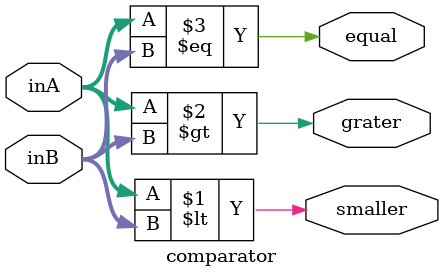
<source format=v>

module comparator#(parameter width = 8)
(
	input [width-1:0]inA,
	input [width-1:0]inB,
	output equal,
	output grater,
	output smaller 
);

assign {equal,grater,smaller} = {inA == inB,inA > inB, inA < inB};

endmodule
</source>
